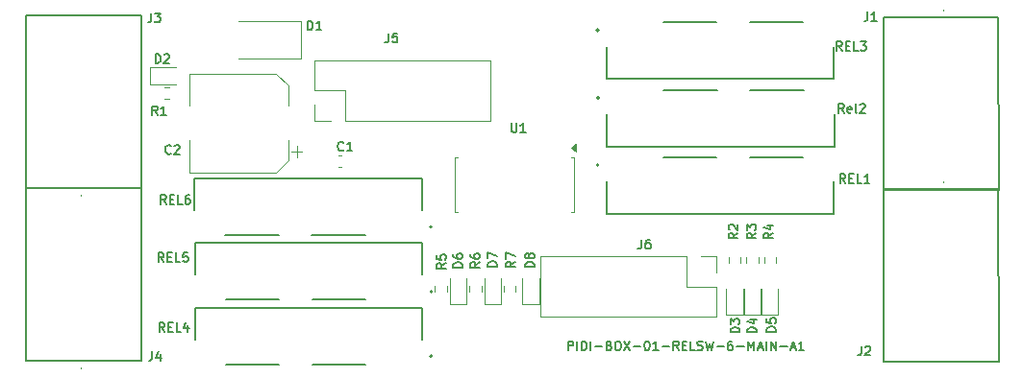
<source format=gbr>
%TF.GenerationSoftware,KiCad,Pcbnew,9.0.6*%
%TF.CreationDate,2025-12-26T20:22:19+00:00*%
%TF.ProjectId,PIDI-BOX-01-RELSW-6-MAIN-A1,50494449-2d42-44f5-982d-30312d52454c,rev?*%
%TF.SameCoordinates,Original*%
%TF.FileFunction,Legend,Top*%
%TF.FilePolarity,Positive*%
%FSLAX46Y46*%
G04 Gerber Fmt 4.6, Leading zero omitted, Abs format (unit mm)*
G04 Created by KiCad (PCBNEW 9.0.6) date 2025-12-26 20:22:19*
%MOMM*%
%LPD*%
G01*
G04 APERTURE LIST*
%ADD10C,0.150000*%
%ADD11C,0.120000*%
%ADD12C,0.127000*%
%ADD13C,0.200000*%
%ADD14C,0.100000*%
G04 APERTURE END LIST*
D10*
X154889160Y-86706340D02*
X154889160Y-85906340D01*
X154889160Y-85906340D02*
X155193922Y-85906340D01*
X155193922Y-85906340D02*
X155270112Y-85944435D01*
X155270112Y-85944435D02*
X155308207Y-85982530D01*
X155308207Y-85982530D02*
X155346303Y-86058721D01*
X155346303Y-86058721D02*
X155346303Y-86173006D01*
X155346303Y-86173006D02*
X155308207Y-86249197D01*
X155308207Y-86249197D02*
X155270112Y-86287292D01*
X155270112Y-86287292D02*
X155193922Y-86325387D01*
X155193922Y-86325387D02*
X154889160Y-86325387D01*
X155689160Y-86706340D02*
X155689160Y-85906340D01*
X156070112Y-86706340D02*
X156070112Y-85906340D01*
X156070112Y-85906340D02*
X156260588Y-85906340D01*
X156260588Y-85906340D02*
X156374874Y-85944435D01*
X156374874Y-85944435D02*
X156451064Y-86020625D01*
X156451064Y-86020625D02*
X156489159Y-86096816D01*
X156489159Y-86096816D02*
X156527255Y-86249197D01*
X156527255Y-86249197D02*
X156527255Y-86363483D01*
X156527255Y-86363483D02*
X156489159Y-86515864D01*
X156489159Y-86515864D02*
X156451064Y-86592054D01*
X156451064Y-86592054D02*
X156374874Y-86668245D01*
X156374874Y-86668245D02*
X156260588Y-86706340D01*
X156260588Y-86706340D02*
X156070112Y-86706340D01*
X156870112Y-86706340D02*
X156870112Y-85906340D01*
X157251064Y-86401578D02*
X157860588Y-86401578D01*
X158508206Y-86287292D02*
X158622492Y-86325387D01*
X158622492Y-86325387D02*
X158660587Y-86363483D01*
X158660587Y-86363483D02*
X158698683Y-86439673D01*
X158698683Y-86439673D02*
X158698683Y-86553959D01*
X158698683Y-86553959D02*
X158660587Y-86630149D01*
X158660587Y-86630149D02*
X158622492Y-86668245D01*
X158622492Y-86668245D02*
X158546302Y-86706340D01*
X158546302Y-86706340D02*
X158241540Y-86706340D01*
X158241540Y-86706340D02*
X158241540Y-85906340D01*
X158241540Y-85906340D02*
X158508206Y-85906340D01*
X158508206Y-85906340D02*
X158584397Y-85944435D01*
X158584397Y-85944435D02*
X158622492Y-85982530D01*
X158622492Y-85982530D02*
X158660587Y-86058721D01*
X158660587Y-86058721D02*
X158660587Y-86134911D01*
X158660587Y-86134911D02*
X158622492Y-86211102D01*
X158622492Y-86211102D02*
X158584397Y-86249197D01*
X158584397Y-86249197D02*
X158508206Y-86287292D01*
X158508206Y-86287292D02*
X158241540Y-86287292D01*
X159193921Y-85906340D02*
X159346302Y-85906340D01*
X159346302Y-85906340D02*
X159422492Y-85944435D01*
X159422492Y-85944435D02*
X159498683Y-86020625D01*
X159498683Y-86020625D02*
X159536778Y-86173006D01*
X159536778Y-86173006D02*
X159536778Y-86439673D01*
X159536778Y-86439673D02*
X159498683Y-86592054D01*
X159498683Y-86592054D02*
X159422492Y-86668245D01*
X159422492Y-86668245D02*
X159346302Y-86706340D01*
X159346302Y-86706340D02*
X159193921Y-86706340D01*
X159193921Y-86706340D02*
X159117730Y-86668245D01*
X159117730Y-86668245D02*
X159041540Y-86592054D01*
X159041540Y-86592054D02*
X159003444Y-86439673D01*
X159003444Y-86439673D02*
X159003444Y-86173006D01*
X159003444Y-86173006D02*
X159041540Y-86020625D01*
X159041540Y-86020625D02*
X159117730Y-85944435D01*
X159117730Y-85944435D02*
X159193921Y-85906340D01*
X159803444Y-85906340D02*
X160336778Y-86706340D01*
X160336778Y-85906340D02*
X159803444Y-86706340D01*
X160641540Y-86401578D02*
X161251064Y-86401578D01*
X161784397Y-85906340D02*
X161860587Y-85906340D01*
X161860587Y-85906340D02*
X161936778Y-85944435D01*
X161936778Y-85944435D02*
X161974873Y-85982530D01*
X161974873Y-85982530D02*
X162012968Y-86058721D01*
X162012968Y-86058721D02*
X162051063Y-86211102D01*
X162051063Y-86211102D02*
X162051063Y-86401578D01*
X162051063Y-86401578D02*
X162012968Y-86553959D01*
X162012968Y-86553959D02*
X161974873Y-86630149D01*
X161974873Y-86630149D02*
X161936778Y-86668245D01*
X161936778Y-86668245D02*
X161860587Y-86706340D01*
X161860587Y-86706340D02*
X161784397Y-86706340D01*
X161784397Y-86706340D02*
X161708206Y-86668245D01*
X161708206Y-86668245D02*
X161670111Y-86630149D01*
X161670111Y-86630149D02*
X161632016Y-86553959D01*
X161632016Y-86553959D02*
X161593920Y-86401578D01*
X161593920Y-86401578D02*
X161593920Y-86211102D01*
X161593920Y-86211102D02*
X161632016Y-86058721D01*
X161632016Y-86058721D02*
X161670111Y-85982530D01*
X161670111Y-85982530D02*
X161708206Y-85944435D01*
X161708206Y-85944435D02*
X161784397Y-85906340D01*
X162812968Y-86706340D02*
X162355825Y-86706340D01*
X162584397Y-86706340D02*
X162584397Y-85906340D01*
X162584397Y-85906340D02*
X162508206Y-86020625D01*
X162508206Y-86020625D02*
X162432016Y-86096816D01*
X162432016Y-86096816D02*
X162355825Y-86134911D01*
X163155826Y-86401578D02*
X163765350Y-86401578D01*
X164603445Y-86706340D02*
X164336778Y-86325387D01*
X164146302Y-86706340D02*
X164146302Y-85906340D01*
X164146302Y-85906340D02*
X164451064Y-85906340D01*
X164451064Y-85906340D02*
X164527254Y-85944435D01*
X164527254Y-85944435D02*
X164565349Y-85982530D01*
X164565349Y-85982530D02*
X164603445Y-86058721D01*
X164603445Y-86058721D02*
X164603445Y-86173006D01*
X164603445Y-86173006D02*
X164565349Y-86249197D01*
X164565349Y-86249197D02*
X164527254Y-86287292D01*
X164527254Y-86287292D02*
X164451064Y-86325387D01*
X164451064Y-86325387D02*
X164146302Y-86325387D01*
X164946302Y-86287292D02*
X165212968Y-86287292D01*
X165327254Y-86706340D02*
X164946302Y-86706340D01*
X164946302Y-86706340D02*
X164946302Y-85906340D01*
X164946302Y-85906340D02*
X165327254Y-85906340D01*
X166051064Y-86706340D02*
X165670112Y-86706340D01*
X165670112Y-86706340D02*
X165670112Y-85906340D01*
X166279635Y-86668245D02*
X166393921Y-86706340D01*
X166393921Y-86706340D02*
X166584397Y-86706340D01*
X166584397Y-86706340D02*
X166660588Y-86668245D01*
X166660588Y-86668245D02*
X166698683Y-86630149D01*
X166698683Y-86630149D02*
X166736778Y-86553959D01*
X166736778Y-86553959D02*
X166736778Y-86477768D01*
X166736778Y-86477768D02*
X166698683Y-86401578D01*
X166698683Y-86401578D02*
X166660588Y-86363483D01*
X166660588Y-86363483D02*
X166584397Y-86325387D01*
X166584397Y-86325387D02*
X166432016Y-86287292D01*
X166432016Y-86287292D02*
X166355826Y-86249197D01*
X166355826Y-86249197D02*
X166317731Y-86211102D01*
X166317731Y-86211102D02*
X166279635Y-86134911D01*
X166279635Y-86134911D02*
X166279635Y-86058721D01*
X166279635Y-86058721D02*
X166317731Y-85982530D01*
X166317731Y-85982530D02*
X166355826Y-85944435D01*
X166355826Y-85944435D02*
X166432016Y-85906340D01*
X166432016Y-85906340D02*
X166622493Y-85906340D01*
X166622493Y-85906340D02*
X166736778Y-85944435D01*
X167003445Y-85906340D02*
X167193921Y-86706340D01*
X167193921Y-86706340D02*
X167346302Y-86134911D01*
X167346302Y-86134911D02*
X167498683Y-86706340D01*
X167498683Y-86706340D02*
X167689160Y-85906340D01*
X167993922Y-86401578D02*
X168603446Y-86401578D01*
X169327255Y-85906340D02*
X169174874Y-85906340D01*
X169174874Y-85906340D02*
X169098683Y-85944435D01*
X169098683Y-85944435D02*
X169060588Y-85982530D01*
X169060588Y-85982530D02*
X168984398Y-86096816D01*
X168984398Y-86096816D02*
X168946302Y-86249197D01*
X168946302Y-86249197D02*
X168946302Y-86553959D01*
X168946302Y-86553959D02*
X168984398Y-86630149D01*
X168984398Y-86630149D02*
X169022493Y-86668245D01*
X169022493Y-86668245D02*
X169098683Y-86706340D01*
X169098683Y-86706340D02*
X169251064Y-86706340D01*
X169251064Y-86706340D02*
X169327255Y-86668245D01*
X169327255Y-86668245D02*
X169365350Y-86630149D01*
X169365350Y-86630149D02*
X169403445Y-86553959D01*
X169403445Y-86553959D02*
X169403445Y-86363483D01*
X169403445Y-86363483D02*
X169365350Y-86287292D01*
X169365350Y-86287292D02*
X169327255Y-86249197D01*
X169327255Y-86249197D02*
X169251064Y-86211102D01*
X169251064Y-86211102D02*
X169098683Y-86211102D01*
X169098683Y-86211102D02*
X169022493Y-86249197D01*
X169022493Y-86249197D02*
X168984398Y-86287292D01*
X168984398Y-86287292D02*
X168946302Y-86363483D01*
X169746303Y-86401578D02*
X170355827Y-86401578D01*
X170736779Y-86706340D02*
X170736779Y-85906340D01*
X170736779Y-85906340D02*
X171003445Y-86477768D01*
X171003445Y-86477768D02*
X171270112Y-85906340D01*
X171270112Y-85906340D02*
X171270112Y-86706340D01*
X171612969Y-86477768D02*
X171993922Y-86477768D01*
X171536779Y-86706340D02*
X171803446Y-85906340D01*
X171803446Y-85906340D02*
X172070112Y-86706340D01*
X172336779Y-86706340D02*
X172336779Y-85906340D01*
X172717731Y-86706340D02*
X172717731Y-85906340D01*
X172717731Y-85906340D02*
X173174874Y-86706340D01*
X173174874Y-86706340D02*
X173174874Y-85906340D01*
X173555826Y-86401578D02*
X174165350Y-86401578D01*
X174508206Y-86477768D02*
X174889159Y-86477768D01*
X174432016Y-86706340D02*
X174698683Y-85906340D01*
X174698683Y-85906340D02*
X174965349Y-86706340D01*
X175651063Y-86706340D02*
X175193920Y-86706340D01*
X175422492Y-86706340D02*
X175422492Y-85906340D01*
X175422492Y-85906340D02*
X175346301Y-86020625D01*
X175346301Y-86020625D02*
X175270111Y-86096816D01*
X175270111Y-86096816D02*
X175193920Y-86134911D01*
X151898695Y-79381275D02*
X151098695Y-79381275D01*
X151098695Y-79381275D02*
X151098695Y-79190799D01*
X151098695Y-79190799D02*
X151136790Y-79076513D01*
X151136790Y-79076513D02*
X151212980Y-79000323D01*
X151212980Y-79000323D02*
X151289171Y-78962228D01*
X151289171Y-78962228D02*
X151441552Y-78924132D01*
X151441552Y-78924132D02*
X151555838Y-78924132D01*
X151555838Y-78924132D02*
X151708219Y-78962228D01*
X151708219Y-78962228D02*
X151784409Y-79000323D01*
X151784409Y-79000323D02*
X151860600Y-79076513D01*
X151860600Y-79076513D02*
X151898695Y-79190799D01*
X151898695Y-79190799D02*
X151898695Y-79381275D01*
X151441552Y-78466990D02*
X151403457Y-78543180D01*
X151403457Y-78543180D02*
X151365361Y-78581275D01*
X151365361Y-78581275D02*
X151289171Y-78619371D01*
X151289171Y-78619371D02*
X151251076Y-78619371D01*
X151251076Y-78619371D02*
X151174885Y-78581275D01*
X151174885Y-78581275D02*
X151136790Y-78543180D01*
X151136790Y-78543180D02*
X151098695Y-78466990D01*
X151098695Y-78466990D02*
X151098695Y-78314609D01*
X151098695Y-78314609D02*
X151136790Y-78238418D01*
X151136790Y-78238418D02*
X151174885Y-78200323D01*
X151174885Y-78200323D02*
X151251076Y-78162228D01*
X151251076Y-78162228D02*
X151289171Y-78162228D01*
X151289171Y-78162228D02*
X151365361Y-78200323D01*
X151365361Y-78200323D02*
X151403457Y-78238418D01*
X151403457Y-78238418D02*
X151441552Y-78314609D01*
X151441552Y-78314609D02*
X151441552Y-78466990D01*
X151441552Y-78466990D02*
X151479647Y-78543180D01*
X151479647Y-78543180D02*
X151517742Y-78581275D01*
X151517742Y-78581275D02*
X151593933Y-78619371D01*
X151593933Y-78619371D02*
X151746314Y-78619371D01*
X151746314Y-78619371D02*
X151822504Y-78581275D01*
X151822504Y-78581275D02*
X151860600Y-78543180D01*
X151860600Y-78543180D02*
X151898695Y-78466990D01*
X151898695Y-78466990D02*
X151898695Y-78314609D01*
X151898695Y-78314609D02*
X151860600Y-78238418D01*
X151860600Y-78238418D02*
X151822504Y-78200323D01*
X151822504Y-78200323D02*
X151746314Y-78162228D01*
X151746314Y-78162228D02*
X151593933Y-78162228D01*
X151593933Y-78162228D02*
X151517742Y-78200323D01*
X151517742Y-78200323D02*
X151479647Y-78238418D01*
X151479647Y-78238418D02*
X151441552Y-78314609D01*
X149890476Y-66662295D02*
X149890476Y-67309914D01*
X149890476Y-67309914D02*
X149928571Y-67386104D01*
X149928571Y-67386104D02*
X149966666Y-67424200D01*
X149966666Y-67424200D02*
X150042857Y-67462295D01*
X150042857Y-67462295D02*
X150195238Y-67462295D01*
X150195238Y-67462295D02*
X150271428Y-67424200D01*
X150271428Y-67424200D02*
X150309523Y-67386104D01*
X150309523Y-67386104D02*
X150347619Y-67309914D01*
X150347619Y-67309914D02*
X150347619Y-66662295D01*
X151147618Y-67462295D02*
X150690475Y-67462295D01*
X150919047Y-67462295D02*
X150919047Y-66662295D01*
X150919047Y-66662295D02*
X150842856Y-66776580D01*
X150842856Y-66776580D02*
X150766666Y-66852771D01*
X150766666Y-66852771D02*
X150690475Y-66890866D01*
X119480952Y-73812295D02*
X119214285Y-73431342D01*
X119023809Y-73812295D02*
X119023809Y-73012295D01*
X119023809Y-73012295D02*
X119328571Y-73012295D01*
X119328571Y-73012295D02*
X119404761Y-73050390D01*
X119404761Y-73050390D02*
X119442856Y-73088485D01*
X119442856Y-73088485D02*
X119480952Y-73164676D01*
X119480952Y-73164676D02*
X119480952Y-73278961D01*
X119480952Y-73278961D02*
X119442856Y-73355152D01*
X119442856Y-73355152D02*
X119404761Y-73393247D01*
X119404761Y-73393247D02*
X119328571Y-73431342D01*
X119328571Y-73431342D02*
X119023809Y-73431342D01*
X119823809Y-73393247D02*
X120090475Y-73393247D01*
X120204761Y-73812295D02*
X119823809Y-73812295D01*
X119823809Y-73812295D02*
X119823809Y-73012295D01*
X119823809Y-73012295D02*
X120204761Y-73012295D01*
X120928571Y-73812295D02*
X120547619Y-73812295D01*
X120547619Y-73812295D02*
X120547619Y-73012295D01*
X121538095Y-73012295D02*
X121385714Y-73012295D01*
X121385714Y-73012295D02*
X121309523Y-73050390D01*
X121309523Y-73050390D02*
X121271428Y-73088485D01*
X121271428Y-73088485D02*
X121195238Y-73202771D01*
X121195238Y-73202771D02*
X121157142Y-73355152D01*
X121157142Y-73355152D02*
X121157142Y-73659914D01*
X121157142Y-73659914D02*
X121195238Y-73736104D01*
X121195238Y-73736104D02*
X121233333Y-73774200D01*
X121233333Y-73774200D02*
X121309523Y-73812295D01*
X121309523Y-73812295D02*
X121461904Y-73812295D01*
X121461904Y-73812295D02*
X121538095Y-73774200D01*
X121538095Y-73774200D02*
X121576190Y-73736104D01*
X121576190Y-73736104D02*
X121614285Y-73659914D01*
X121614285Y-73659914D02*
X121614285Y-73469438D01*
X121614285Y-73469438D02*
X121576190Y-73393247D01*
X121576190Y-73393247D02*
X121538095Y-73355152D01*
X121538095Y-73355152D02*
X121461904Y-73317057D01*
X121461904Y-73317057D02*
X121309523Y-73317057D01*
X121309523Y-73317057D02*
X121233333Y-73355152D01*
X121233333Y-73355152D02*
X121195238Y-73393247D01*
X121195238Y-73393247D02*
X121157142Y-73469438D01*
X118269333Y-86820695D02*
X118269333Y-87392123D01*
X118269333Y-87392123D02*
X118231238Y-87506409D01*
X118231238Y-87506409D02*
X118155047Y-87582600D01*
X118155047Y-87582600D02*
X118040762Y-87620695D01*
X118040762Y-87620695D02*
X117964571Y-87620695D01*
X118993143Y-87087361D02*
X118993143Y-87620695D01*
X118802667Y-86782600D02*
X118612190Y-87354028D01*
X118612190Y-87354028D02*
X119107429Y-87354028D01*
X171412295Y-76383332D02*
X171031342Y-76649999D01*
X171412295Y-76840475D02*
X170612295Y-76840475D01*
X170612295Y-76840475D02*
X170612295Y-76535713D01*
X170612295Y-76535713D02*
X170650390Y-76459523D01*
X170650390Y-76459523D02*
X170688485Y-76421428D01*
X170688485Y-76421428D02*
X170764676Y-76383332D01*
X170764676Y-76383332D02*
X170878961Y-76383332D01*
X170878961Y-76383332D02*
X170955152Y-76421428D01*
X170955152Y-76421428D02*
X170993247Y-76459523D01*
X170993247Y-76459523D02*
X171031342Y-76535713D01*
X171031342Y-76535713D02*
X171031342Y-76840475D01*
X170612295Y-76116666D02*
X170612295Y-75621428D01*
X170612295Y-75621428D02*
X170917057Y-75888094D01*
X170917057Y-75888094D02*
X170917057Y-75773809D01*
X170917057Y-75773809D02*
X170955152Y-75697618D01*
X170955152Y-75697618D02*
X170993247Y-75659523D01*
X170993247Y-75659523D02*
X171069438Y-75621428D01*
X171069438Y-75621428D02*
X171259914Y-75621428D01*
X171259914Y-75621428D02*
X171336104Y-75659523D01*
X171336104Y-75659523D02*
X171374200Y-75697618D01*
X171374200Y-75697618D02*
X171412295Y-75773809D01*
X171412295Y-75773809D02*
X171412295Y-76002380D01*
X171412295Y-76002380D02*
X171374200Y-76078571D01*
X171374200Y-76078571D02*
X171336104Y-76116666D01*
X179280952Y-71962295D02*
X179014285Y-71581342D01*
X178823809Y-71962295D02*
X178823809Y-71162295D01*
X178823809Y-71162295D02*
X179128571Y-71162295D01*
X179128571Y-71162295D02*
X179204761Y-71200390D01*
X179204761Y-71200390D02*
X179242856Y-71238485D01*
X179242856Y-71238485D02*
X179280952Y-71314676D01*
X179280952Y-71314676D02*
X179280952Y-71428961D01*
X179280952Y-71428961D02*
X179242856Y-71505152D01*
X179242856Y-71505152D02*
X179204761Y-71543247D01*
X179204761Y-71543247D02*
X179128571Y-71581342D01*
X179128571Y-71581342D02*
X178823809Y-71581342D01*
X179623809Y-71543247D02*
X179890475Y-71543247D01*
X180004761Y-71962295D02*
X179623809Y-71962295D01*
X179623809Y-71962295D02*
X179623809Y-71162295D01*
X179623809Y-71162295D02*
X180004761Y-71162295D01*
X180728571Y-71962295D02*
X180347619Y-71962295D01*
X180347619Y-71962295D02*
X180347619Y-71162295D01*
X181414285Y-71962295D02*
X180957142Y-71962295D01*
X181185714Y-71962295D02*
X181185714Y-71162295D01*
X181185714Y-71162295D02*
X181109523Y-71276580D01*
X181109523Y-71276580D02*
X181033333Y-71352771D01*
X181033333Y-71352771D02*
X180957142Y-71390866D01*
X119330952Y-85062295D02*
X119064285Y-84681342D01*
X118873809Y-85062295D02*
X118873809Y-84262295D01*
X118873809Y-84262295D02*
X119178571Y-84262295D01*
X119178571Y-84262295D02*
X119254761Y-84300390D01*
X119254761Y-84300390D02*
X119292856Y-84338485D01*
X119292856Y-84338485D02*
X119330952Y-84414676D01*
X119330952Y-84414676D02*
X119330952Y-84528961D01*
X119330952Y-84528961D02*
X119292856Y-84605152D01*
X119292856Y-84605152D02*
X119254761Y-84643247D01*
X119254761Y-84643247D02*
X119178571Y-84681342D01*
X119178571Y-84681342D02*
X118873809Y-84681342D01*
X119673809Y-84643247D02*
X119940475Y-84643247D01*
X120054761Y-85062295D02*
X119673809Y-85062295D01*
X119673809Y-85062295D02*
X119673809Y-84262295D01*
X119673809Y-84262295D02*
X120054761Y-84262295D01*
X120778571Y-85062295D02*
X120397619Y-85062295D01*
X120397619Y-85062295D02*
X120397619Y-84262295D01*
X121388095Y-84528961D02*
X121388095Y-85062295D01*
X121197619Y-84224200D02*
X121007142Y-84795628D01*
X121007142Y-84795628D02*
X121502381Y-84795628D01*
X181254733Y-56864695D02*
X181254733Y-57436123D01*
X181254733Y-57436123D02*
X181216638Y-57550409D01*
X181216638Y-57550409D02*
X181140447Y-57626600D01*
X181140447Y-57626600D02*
X181026162Y-57664695D01*
X181026162Y-57664695D02*
X180949971Y-57664695D01*
X182054733Y-57664695D02*
X181597590Y-57664695D01*
X181826162Y-57664695D02*
X181826162Y-56864695D01*
X181826162Y-56864695D02*
X181749971Y-56978980D01*
X181749971Y-56978980D02*
X181673781Y-57055171D01*
X181673781Y-57055171D02*
X181597590Y-57093266D01*
X135098467Y-69040704D02*
X135060371Y-69078800D01*
X135060371Y-69078800D02*
X134946086Y-69116895D01*
X134946086Y-69116895D02*
X134869895Y-69116895D01*
X134869895Y-69116895D02*
X134755609Y-69078800D01*
X134755609Y-69078800D02*
X134679419Y-69002609D01*
X134679419Y-69002609D02*
X134641324Y-68926419D01*
X134641324Y-68926419D02*
X134603228Y-68774038D01*
X134603228Y-68774038D02*
X134603228Y-68659752D01*
X134603228Y-68659752D02*
X134641324Y-68507371D01*
X134641324Y-68507371D02*
X134679419Y-68431180D01*
X134679419Y-68431180D02*
X134755609Y-68354990D01*
X134755609Y-68354990D02*
X134869895Y-68316895D01*
X134869895Y-68316895D02*
X134946086Y-68316895D01*
X134946086Y-68316895D02*
X135060371Y-68354990D01*
X135060371Y-68354990D02*
X135098467Y-68393085D01*
X135860371Y-69116895D02*
X135403228Y-69116895D01*
X135631800Y-69116895D02*
X135631800Y-68316895D01*
X135631800Y-68316895D02*
X135555609Y-68431180D01*
X135555609Y-68431180D02*
X135479419Y-68507371D01*
X135479419Y-68507371D02*
X135403228Y-68545466D01*
X180704733Y-86363095D02*
X180704733Y-86934523D01*
X180704733Y-86934523D02*
X180666638Y-87048809D01*
X180666638Y-87048809D02*
X180590447Y-87125000D01*
X180590447Y-87125000D02*
X180476162Y-87163095D01*
X180476162Y-87163095D02*
X180399971Y-87163095D01*
X181047590Y-86439285D02*
X181085686Y-86401190D01*
X181085686Y-86401190D02*
X181161876Y-86363095D01*
X181161876Y-86363095D02*
X181352352Y-86363095D01*
X181352352Y-86363095D02*
X181428543Y-86401190D01*
X181428543Y-86401190D02*
X181466638Y-86439285D01*
X181466638Y-86439285D02*
X181504733Y-86515476D01*
X181504733Y-86515476D02*
X181504733Y-86591666D01*
X181504733Y-86591666D02*
X181466638Y-86705952D01*
X181466638Y-86705952D02*
X181009495Y-87163095D01*
X181009495Y-87163095D02*
X181504733Y-87163095D01*
X118169333Y-56970695D02*
X118169333Y-57542123D01*
X118169333Y-57542123D02*
X118131238Y-57656409D01*
X118131238Y-57656409D02*
X118055047Y-57732600D01*
X118055047Y-57732600D02*
X117940762Y-57770695D01*
X117940762Y-57770695D02*
X117864571Y-57770695D01*
X118474095Y-56970695D02*
X118969333Y-56970695D01*
X118969333Y-56970695D02*
X118702667Y-57275457D01*
X118702667Y-57275457D02*
X118816952Y-57275457D01*
X118816952Y-57275457D02*
X118893143Y-57313552D01*
X118893143Y-57313552D02*
X118931238Y-57351647D01*
X118931238Y-57351647D02*
X118969333Y-57427838D01*
X118969333Y-57427838D02*
X118969333Y-57618314D01*
X118969333Y-57618314D02*
X118931238Y-57694504D01*
X118931238Y-57694504D02*
X118893143Y-57732600D01*
X118893143Y-57732600D02*
X118816952Y-57770695D01*
X118816952Y-57770695D02*
X118588381Y-57770695D01*
X118588381Y-57770695D02*
X118512190Y-57732600D01*
X118512190Y-57732600D02*
X118474095Y-57694504D01*
X139062733Y-58733095D02*
X139062733Y-59304523D01*
X139062733Y-59304523D02*
X139024638Y-59418809D01*
X139024638Y-59418809D02*
X138948447Y-59495000D01*
X138948447Y-59495000D02*
X138834162Y-59533095D01*
X138834162Y-59533095D02*
X138757971Y-59533095D01*
X139824638Y-58733095D02*
X139443686Y-58733095D01*
X139443686Y-58733095D02*
X139405590Y-59114047D01*
X139405590Y-59114047D02*
X139443686Y-59075952D01*
X139443686Y-59075952D02*
X139519876Y-59037857D01*
X139519876Y-59037857D02*
X139710352Y-59037857D01*
X139710352Y-59037857D02*
X139786543Y-59075952D01*
X139786543Y-59075952D02*
X139824638Y-59114047D01*
X139824638Y-59114047D02*
X139862733Y-59190238D01*
X139862733Y-59190238D02*
X139862733Y-59380714D01*
X139862733Y-59380714D02*
X139824638Y-59456904D01*
X139824638Y-59456904D02*
X139786543Y-59495000D01*
X139786543Y-59495000D02*
X139710352Y-59533095D01*
X139710352Y-59533095D02*
X139519876Y-59533095D01*
X139519876Y-59533095D02*
X139443686Y-59495000D01*
X139443686Y-59495000D02*
X139405590Y-59456904D01*
X118716667Y-65962295D02*
X118450000Y-65581342D01*
X118259524Y-65962295D02*
X118259524Y-65162295D01*
X118259524Y-65162295D02*
X118564286Y-65162295D01*
X118564286Y-65162295D02*
X118640476Y-65200390D01*
X118640476Y-65200390D02*
X118678571Y-65238485D01*
X118678571Y-65238485D02*
X118716667Y-65314676D01*
X118716667Y-65314676D02*
X118716667Y-65428961D01*
X118716667Y-65428961D02*
X118678571Y-65505152D01*
X118678571Y-65505152D02*
X118640476Y-65543247D01*
X118640476Y-65543247D02*
X118564286Y-65581342D01*
X118564286Y-65581342D02*
X118259524Y-65581342D01*
X119478571Y-65962295D02*
X119021428Y-65962295D01*
X119250000Y-65962295D02*
X119250000Y-65162295D01*
X119250000Y-65162295D02*
X119173809Y-65276580D01*
X119173809Y-65276580D02*
X119097619Y-65352771D01*
X119097619Y-65352771D02*
X119021428Y-65390866D01*
X171462295Y-85140475D02*
X170662295Y-85140475D01*
X170662295Y-85140475D02*
X170662295Y-84949999D01*
X170662295Y-84949999D02*
X170700390Y-84835713D01*
X170700390Y-84835713D02*
X170776580Y-84759523D01*
X170776580Y-84759523D02*
X170852771Y-84721428D01*
X170852771Y-84721428D02*
X171005152Y-84683332D01*
X171005152Y-84683332D02*
X171119438Y-84683332D01*
X171119438Y-84683332D02*
X171271819Y-84721428D01*
X171271819Y-84721428D02*
X171348009Y-84759523D01*
X171348009Y-84759523D02*
X171424200Y-84835713D01*
X171424200Y-84835713D02*
X171462295Y-84949999D01*
X171462295Y-84949999D02*
X171462295Y-85140475D01*
X170928961Y-83997618D02*
X171462295Y-83997618D01*
X170624200Y-84188094D02*
X171195628Y-84378571D01*
X171195628Y-84378571D02*
X171195628Y-83883332D01*
X178980952Y-60262295D02*
X178714285Y-59881342D01*
X178523809Y-60262295D02*
X178523809Y-59462295D01*
X178523809Y-59462295D02*
X178828571Y-59462295D01*
X178828571Y-59462295D02*
X178904761Y-59500390D01*
X178904761Y-59500390D02*
X178942856Y-59538485D01*
X178942856Y-59538485D02*
X178980952Y-59614676D01*
X178980952Y-59614676D02*
X178980952Y-59728961D01*
X178980952Y-59728961D02*
X178942856Y-59805152D01*
X178942856Y-59805152D02*
X178904761Y-59843247D01*
X178904761Y-59843247D02*
X178828571Y-59881342D01*
X178828571Y-59881342D02*
X178523809Y-59881342D01*
X179323809Y-59843247D02*
X179590475Y-59843247D01*
X179704761Y-60262295D02*
X179323809Y-60262295D01*
X179323809Y-60262295D02*
X179323809Y-59462295D01*
X179323809Y-59462295D02*
X179704761Y-59462295D01*
X180428571Y-60262295D02*
X180047619Y-60262295D01*
X180047619Y-60262295D02*
X180047619Y-59462295D01*
X180619047Y-59462295D02*
X181114285Y-59462295D01*
X181114285Y-59462295D02*
X180847619Y-59767057D01*
X180847619Y-59767057D02*
X180961904Y-59767057D01*
X180961904Y-59767057D02*
X181038095Y-59805152D01*
X181038095Y-59805152D02*
X181076190Y-59843247D01*
X181076190Y-59843247D02*
X181114285Y-59919438D01*
X181114285Y-59919438D02*
X181114285Y-60109914D01*
X181114285Y-60109914D02*
X181076190Y-60186104D01*
X181076190Y-60186104D02*
X181038095Y-60224200D01*
X181038095Y-60224200D02*
X180961904Y-60262295D01*
X180961904Y-60262295D02*
X180733333Y-60262295D01*
X180733333Y-60262295D02*
X180657142Y-60224200D01*
X180657142Y-60224200D02*
X180619047Y-60186104D01*
X131946724Y-58452095D02*
X131946724Y-57652095D01*
X131946724Y-57652095D02*
X132137200Y-57652095D01*
X132137200Y-57652095D02*
X132251486Y-57690190D01*
X132251486Y-57690190D02*
X132327676Y-57766380D01*
X132327676Y-57766380D02*
X132365771Y-57842571D01*
X132365771Y-57842571D02*
X132403867Y-57994952D01*
X132403867Y-57994952D02*
X132403867Y-58109238D01*
X132403867Y-58109238D02*
X132365771Y-58261619D01*
X132365771Y-58261619D02*
X132327676Y-58337809D01*
X132327676Y-58337809D02*
X132251486Y-58414000D01*
X132251486Y-58414000D02*
X132137200Y-58452095D01*
X132137200Y-58452095D02*
X131946724Y-58452095D01*
X133165771Y-58452095D02*
X132708628Y-58452095D01*
X132937200Y-58452095D02*
X132937200Y-57652095D01*
X132937200Y-57652095D02*
X132861009Y-57766380D01*
X132861009Y-57766380D02*
X132784819Y-57842571D01*
X132784819Y-57842571D02*
X132708628Y-57880666D01*
X172912295Y-76383332D02*
X172531342Y-76649999D01*
X172912295Y-76840475D02*
X172112295Y-76840475D01*
X172112295Y-76840475D02*
X172112295Y-76535713D01*
X172112295Y-76535713D02*
X172150390Y-76459523D01*
X172150390Y-76459523D02*
X172188485Y-76421428D01*
X172188485Y-76421428D02*
X172264676Y-76383332D01*
X172264676Y-76383332D02*
X172378961Y-76383332D01*
X172378961Y-76383332D02*
X172455152Y-76421428D01*
X172455152Y-76421428D02*
X172493247Y-76459523D01*
X172493247Y-76459523D02*
X172531342Y-76535713D01*
X172531342Y-76535713D02*
X172531342Y-76840475D01*
X172378961Y-75697618D02*
X172912295Y-75697618D01*
X172074200Y-75888094D02*
X172645628Y-76078571D01*
X172645628Y-76078571D02*
X172645628Y-75583332D01*
X145574095Y-79406675D02*
X144774095Y-79406675D01*
X144774095Y-79406675D02*
X144774095Y-79216199D01*
X144774095Y-79216199D02*
X144812190Y-79101913D01*
X144812190Y-79101913D02*
X144888380Y-79025723D01*
X144888380Y-79025723D02*
X144964571Y-78987628D01*
X144964571Y-78987628D02*
X145116952Y-78949532D01*
X145116952Y-78949532D02*
X145231238Y-78949532D01*
X145231238Y-78949532D02*
X145383619Y-78987628D01*
X145383619Y-78987628D02*
X145459809Y-79025723D01*
X145459809Y-79025723D02*
X145536000Y-79101913D01*
X145536000Y-79101913D02*
X145574095Y-79216199D01*
X145574095Y-79216199D02*
X145574095Y-79406675D01*
X144774095Y-78263818D02*
X144774095Y-78416199D01*
X144774095Y-78416199D02*
X144812190Y-78492390D01*
X144812190Y-78492390D02*
X144850285Y-78530485D01*
X144850285Y-78530485D02*
X144964571Y-78606675D01*
X144964571Y-78606675D02*
X145116952Y-78644771D01*
X145116952Y-78644771D02*
X145421714Y-78644771D01*
X145421714Y-78644771D02*
X145497904Y-78606675D01*
X145497904Y-78606675D02*
X145536000Y-78568580D01*
X145536000Y-78568580D02*
X145574095Y-78492390D01*
X145574095Y-78492390D02*
X145574095Y-78340009D01*
X145574095Y-78340009D02*
X145536000Y-78263818D01*
X145536000Y-78263818D02*
X145497904Y-78225723D01*
X145497904Y-78225723D02*
X145421714Y-78187628D01*
X145421714Y-78187628D02*
X145231238Y-78187628D01*
X145231238Y-78187628D02*
X145155047Y-78225723D01*
X145155047Y-78225723D02*
X145116952Y-78263818D01*
X145116952Y-78263818D02*
X145078857Y-78340009D01*
X145078857Y-78340009D02*
X145078857Y-78492390D01*
X145078857Y-78492390D02*
X145116952Y-78568580D01*
X145116952Y-78568580D02*
X145155047Y-78606675D01*
X145155047Y-78606675D02*
X145231238Y-78644771D01*
X150195295Y-78901632D02*
X149814342Y-79168299D01*
X150195295Y-79358775D02*
X149395295Y-79358775D01*
X149395295Y-79358775D02*
X149395295Y-79054013D01*
X149395295Y-79054013D02*
X149433390Y-78977823D01*
X149433390Y-78977823D02*
X149471485Y-78939728D01*
X149471485Y-78939728D02*
X149547676Y-78901632D01*
X149547676Y-78901632D02*
X149661961Y-78901632D01*
X149661961Y-78901632D02*
X149738152Y-78939728D01*
X149738152Y-78939728D02*
X149776247Y-78977823D01*
X149776247Y-78977823D02*
X149814342Y-79054013D01*
X149814342Y-79054013D02*
X149814342Y-79358775D01*
X149395295Y-78634966D02*
X149395295Y-78101632D01*
X149395295Y-78101632D02*
X150195295Y-78444490D01*
X173162295Y-85090475D02*
X172362295Y-85090475D01*
X172362295Y-85090475D02*
X172362295Y-84899999D01*
X172362295Y-84899999D02*
X172400390Y-84785713D01*
X172400390Y-84785713D02*
X172476580Y-84709523D01*
X172476580Y-84709523D02*
X172552771Y-84671428D01*
X172552771Y-84671428D02*
X172705152Y-84633332D01*
X172705152Y-84633332D02*
X172819438Y-84633332D01*
X172819438Y-84633332D02*
X172971819Y-84671428D01*
X172971819Y-84671428D02*
X173048009Y-84709523D01*
X173048009Y-84709523D02*
X173124200Y-84785713D01*
X173124200Y-84785713D02*
X173162295Y-84899999D01*
X173162295Y-84899999D02*
X173162295Y-85090475D01*
X172362295Y-83909523D02*
X172362295Y-84290475D01*
X172362295Y-84290475D02*
X172743247Y-84328571D01*
X172743247Y-84328571D02*
X172705152Y-84290475D01*
X172705152Y-84290475D02*
X172667057Y-84214285D01*
X172667057Y-84214285D02*
X172667057Y-84023809D01*
X172667057Y-84023809D02*
X172705152Y-83947618D01*
X172705152Y-83947618D02*
X172743247Y-83909523D01*
X172743247Y-83909523D02*
X172819438Y-83871428D01*
X172819438Y-83871428D02*
X173009914Y-83871428D01*
X173009914Y-83871428D02*
X173086104Y-83909523D01*
X173086104Y-83909523D02*
X173124200Y-83947618D01*
X173124200Y-83947618D02*
X173162295Y-84023809D01*
X173162295Y-84023809D02*
X173162295Y-84214285D01*
X173162295Y-84214285D02*
X173124200Y-84290475D01*
X173124200Y-84290475D02*
X173086104Y-84328571D01*
X179164286Y-65762295D02*
X178897619Y-65381342D01*
X178707143Y-65762295D02*
X178707143Y-64962295D01*
X178707143Y-64962295D02*
X179011905Y-64962295D01*
X179011905Y-64962295D02*
X179088095Y-65000390D01*
X179088095Y-65000390D02*
X179126190Y-65038485D01*
X179126190Y-65038485D02*
X179164286Y-65114676D01*
X179164286Y-65114676D02*
X179164286Y-65228961D01*
X179164286Y-65228961D02*
X179126190Y-65305152D01*
X179126190Y-65305152D02*
X179088095Y-65343247D01*
X179088095Y-65343247D02*
X179011905Y-65381342D01*
X179011905Y-65381342D02*
X178707143Y-65381342D01*
X179811905Y-65724200D02*
X179735714Y-65762295D01*
X179735714Y-65762295D02*
X179583333Y-65762295D01*
X179583333Y-65762295D02*
X179507143Y-65724200D01*
X179507143Y-65724200D02*
X179469047Y-65648009D01*
X179469047Y-65648009D02*
X179469047Y-65343247D01*
X179469047Y-65343247D02*
X179507143Y-65267057D01*
X179507143Y-65267057D02*
X179583333Y-65228961D01*
X179583333Y-65228961D02*
X179735714Y-65228961D01*
X179735714Y-65228961D02*
X179811905Y-65267057D01*
X179811905Y-65267057D02*
X179850000Y-65343247D01*
X179850000Y-65343247D02*
X179850000Y-65419438D01*
X179850000Y-65419438D02*
X179469047Y-65495628D01*
X180307142Y-65762295D02*
X180230952Y-65724200D01*
X180230952Y-65724200D02*
X180192857Y-65648009D01*
X180192857Y-65648009D02*
X180192857Y-64962295D01*
X180573809Y-65038485D02*
X180611905Y-65000390D01*
X180611905Y-65000390D02*
X180688095Y-64962295D01*
X180688095Y-64962295D02*
X180878571Y-64962295D01*
X180878571Y-64962295D02*
X180954762Y-65000390D01*
X180954762Y-65000390D02*
X180992857Y-65038485D01*
X180992857Y-65038485D02*
X181030952Y-65114676D01*
X181030952Y-65114676D02*
X181030952Y-65190866D01*
X181030952Y-65190866D02*
X180992857Y-65305152D01*
X180992857Y-65305152D02*
X180535714Y-65762295D01*
X180535714Y-65762295D02*
X181030952Y-65762295D01*
X161333333Y-76962295D02*
X161333333Y-77533723D01*
X161333333Y-77533723D02*
X161295238Y-77648009D01*
X161295238Y-77648009D02*
X161219047Y-77724200D01*
X161219047Y-77724200D02*
X161104762Y-77762295D01*
X161104762Y-77762295D02*
X161028571Y-77762295D01*
X162057143Y-76962295D02*
X161904762Y-76962295D01*
X161904762Y-76962295D02*
X161828571Y-77000390D01*
X161828571Y-77000390D02*
X161790476Y-77038485D01*
X161790476Y-77038485D02*
X161714286Y-77152771D01*
X161714286Y-77152771D02*
X161676190Y-77305152D01*
X161676190Y-77305152D02*
X161676190Y-77609914D01*
X161676190Y-77609914D02*
X161714286Y-77686104D01*
X161714286Y-77686104D02*
X161752381Y-77724200D01*
X161752381Y-77724200D02*
X161828571Y-77762295D01*
X161828571Y-77762295D02*
X161980952Y-77762295D01*
X161980952Y-77762295D02*
X162057143Y-77724200D01*
X162057143Y-77724200D02*
X162095238Y-77686104D01*
X162095238Y-77686104D02*
X162133333Y-77609914D01*
X162133333Y-77609914D02*
X162133333Y-77419438D01*
X162133333Y-77419438D02*
X162095238Y-77343247D01*
X162095238Y-77343247D02*
X162057143Y-77305152D01*
X162057143Y-77305152D02*
X161980952Y-77267057D01*
X161980952Y-77267057D02*
X161828571Y-77267057D01*
X161828571Y-77267057D02*
X161752381Y-77305152D01*
X161752381Y-77305152D02*
X161714286Y-77343247D01*
X161714286Y-77343247D02*
X161676190Y-77419438D01*
X119280952Y-78912295D02*
X119014285Y-78531342D01*
X118823809Y-78912295D02*
X118823809Y-78112295D01*
X118823809Y-78112295D02*
X119128571Y-78112295D01*
X119128571Y-78112295D02*
X119204761Y-78150390D01*
X119204761Y-78150390D02*
X119242856Y-78188485D01*
X119242856Y-78188485D02*
X119280952Y-78264676D01*
X119280952Y-78264676D02*
X119280952Y-78378961D01*
X119280952Y-78378961D02*
X119242856Y-78455152D01*
X119242856Y-78455152D02*
X119204761Y-78493247D01*
X119204761Y-78493247D02*
X119128571Y-78531342D01*
X119128571Y-78531342D02*
X118823809Y-78531342D01*
X119623809Y-78493247D02*
X119890475Y-78493247D01*
X120004761Y-78912295D02*
X119623809Y-78912295D01*
X119623809Y-78912295D02*
X119623809Y-78112295D01*
X119623809Y-78112295D02*
X120004761Y-78112295D01*
X120728571Y-78912295D02*
X120347619Y-78912295D01*
X120347619Y-78912295D02*
X120347619Y-78112295D01*
X121376190Y-78112295D02*
X120995238Y-78112295D01*
X120995238Y-78112295D02*
X120957142Y-78493247D01*
X120957142Y-78493247D02*
X120995238Y-78455152D01*
X120995238Y-78455152D02*
X121071428Y-78417057D01*
X121071428Y-78417057D02*
X121261904Y-78417057D01*
X121261904Y-78417057D02*
X121338095Y-78455152D01*
X121338095Y-78455152D02*
X121376190Y-78493247D01*
X121376190Y-78493247D02*
X121414285Y-78569438D01*
X121414285Y-78569438D02*
X121414285Y-78759914D01*
X121414285Y-78759914D02*
X121376190Y-78836104D01*
X121376190Y-78836104D02*
X121338095Y-78874200D01*
X121338095Y-78874200D02*
X121261904Y-78912295D01*
X121261904Y-78912295D02*
X121071428Y-78912295D01*
X121071428Y-78912295D02*
X120995238Y-78874200D01*
X120995238Y-78874200D02*
X120957142Y-78836104D01*
X119907067Y-69323304D02*
X119868971Y-69361400D01*
X119868971Y-69361400D02*
X119754686Y-69399495D01*
X119754686Y-69399495D02*
X119678495Y-69399495D01*
X119678495Y-69399495D02*
X119564209Y-69361400D01*
X119564209Y-69361400D02*
X119488019Y-69285209D01*
X119488019Y-69285209D02*
X119449924Y-69209019D01*
X119449924Y-69209019D02*
X119411828Y-69056638D01*
X119411828Y-69056638D02*
X119411828Y-68942352D01*
X119411828Y-68942352D02*
X119449924Y-68789971D01*
X119449924Y-68789971D02*
X119488019Y-68713780D01*
X119488019Y-68713780D02*
X119564209Y-68637590D01*
X119564209Y-68637590D02*
X119678495Y-68599495D01*
X119678495Y-68599495D02*
X119754686Y-68599495D01*
X119754686Y-68599495D02*
X119868971Y-68637590D01*
X119868971Y-68637590D02*
X119907067Y-68675685D01*
X120211828Y-68675685D02*
X120249924Y-68637590D01*
X120249924Y-68637590D02*
X120326114Y-68599495D01*
X120326114Y-68599495D02*
X120516590Y-68599495D01*
X120516590Y-68599495D02*
X120592781Y-68637590D01*
X120592781Y-68637590D02*
X120630876Y-68675685D01*
X120630876Y-68675685D02*
X120668971Y-68751876D01*
X120668971Y-68751876D02*
X120668971Y-68828066D01*
X120668971Y-68828066D02*
X120630876Y-68942352D01*
X120630876Y-68942352D02*
X120173733Y-69399495D01*
X120173733Y-69399495D02*
X120668971Y-69399495D01*
X169962295Y-85140475D02*
X169162295Y-85140475D01*
X169162295Y-85140475D02*
X169162295Y-84949999D01*
X169162295Y-84949999D02*
X169200390Y-84835713D01*
X169200390Y-84835713D02*
X169276580Y-84759523D01*
X169276580Y-84759523D02*
X169352771Y-84721428D01*
X169352771Y-84721428D02*
X169505152Y-84683332D01*
X169505152Y-84683332D02*
X169619438Y-84683332D01*
X169619438Y-84683332D02*
X169771819Y-84721428D01*
X169771819Y-84721428D02*
X169848009Y-84759523D01*
X169848009Y-84759523D02*
X169924200Y-84835713D01*
X169924200Y-84835713D02*
X169962295Y-84949999D01*
X169962295Y-84949999D02*
X169962295Y-85140475D01*
X169162295Y-84416666D02*
X169162295Y-83921428D01*
X169162295Y-83921428D02*
X169467057Y-84188094D01*
X169467057Y-84188094D02*
X169467057Y-84073809D01*
X169467057Y-84073809D02*
X169505152Y-83997618D01*
X169505152Y-83997618D02*
X169543247Y-83959523D01*
X169543247Y-83959523D02*
X169619438Y-83921428D01*
X169619438Y-83921428D02*
X169809914Y-83921428D01*
X169809914Y-83921428D02*
X169886104Y-83959523D01*
X169886104Y-83959523D02*
X169924200Y-83997618D01*
X169924200Y-83997618D02*
X169962295Y-84073809D01*
X169962295Y-84073809D02*
X169962295Y-84302380D01*
X169962295Y-84302380D02*
X169924200Y-84378571D01*
X169924200Y-84378571D02*
X169886104Y-84416666D01*
X148622095Y-79330475D02*
X147822095Y-79330475D01*
X147822095Y-79330475D02*
X147822095Y-79139999D01*
X147822095Y-79139999D02*
X147860190Y-79025713D01*
X147860190Y-79025713D02*
X147936380Y-78949523D01*
X147936380Y-78949523D02*
X148012571Y-78911428D01*
X148012571Y-78911428D02*
X148164952Y-78873332D01*
X148164952Y-78873332D02*
X148279238Y-78873332D01*
X148279238Y-78873332D02*
X148431619Y-78911428D01*
X148431619Y-78911428D02*
X148507809Y-78949523D01*
X148507809Y-78949523D02*
X148584000Y-79025713D01*
X148584000Y-79025713D02*
X148622095Y-79139999D01*
X148622095Y-79139999D02*
X148622095Y-79330475D01*
X147822095Y-78606666D02*
X147822095Y-78073332D01*
X147822095Y-78073332D02*
X148622095Y-78416190D01*
X169812295Y-76383332D02*
X169431342Y-76649999D01*
X169812295Y-76840475D02*
X169012295Y-76840475D01*
X169012295Y-76840475D02*
X169012295Y-76535713D01*
X169012295Y-76535713D02*
X169050390Y-76459523D01*
X169050390Y-76459523D02*
X169088485Y-76421428D01*
X169088485Y-76421428D02*
X169164676Y-76383332D01*
X169164676Y-76383332D02*
X169278961Y-76383332D01*
X169278961Y-76383332D02*
X169355152Y-76421428D01*
X169355152Y-76421428D02*
X169393247Y-76459523D01*
X169393247Y-76459523D02*
X169431342Y-76535713D01*
X169431342Y-76535713D02*
X169431342Y-76840475D01*
X169088485Y-76078571D02*
X169050390Y-76040475D01*
X169050390Y-76040475D02*
X169012295Y-75964285D01*
X169012295Y-75964285D02*
X169012295Y-75773809D01*
X169012295Y-75773809D02*
X169050390Y-75697618D01*
X169050390Y-75697618D02*
X169088485Y-75659523D01*
X169088485Y-75659523D02*
X169164676Y-75621428D01*
X169164676Y-75621428D02*
X169240866Y-75621428D01*
X169240866Y-75621428D02*
X169355152Y-75659523D01*
X169355152Y-75659523D02*
X169812295Y-76116666D01*
X169812295Y-76116666D02*
X169812295Y-75621428D01*
X144130095Y-79014132D02*
X143749142Y-79280799D01*
X144130095Y-79471275D02*
X143330095Y-79471275D01*
X143330095Y-79471275D02*
X143330095Y-79166513D01*
X143330095Y-79166513D02*
X143368190Y-79090323D01*
X143368190Y-79090323D02*
X143406285Y-79052228D01*
X143406285Y-79052228D02*
X143482476Y-79014132D01*
X143482476Y-79014132D02*
X143596761Y-79014132D01*
X143596761Y-79014132D02*
X143672952Y-79052228D01*
X143672952Y-79052228D02*
X143711047Y-79090323D01*
X143711047Y-79090323D02*
X143749142Y-79166513D01*
X143749142Y-79166513D02*
X143749142Y-79471275D01*
X143330095Y-78290323D02*
X143330095Y-78671275D01*
X143330095Y-78671275D02*
X143711047Y-78709371D01*
X143711047Y-78709371D02*
X143672952Y-78671275D01*
X143672952Y-78671275D02*
X143634857Y-78595085D01*
X143634857Y-78595085D02*
X143634857Y-78404609D01*
X143634857Y-78404609D02*
X143672952Y-78328418D01*
X143672952Y-78328418D02*
X143711047Y-78290323D01*
X143711047Y-78290323D02*
X143787238Y-78252228D01*
X143787238Y-78252228D02*
X143977714Y-78252228D01*
X143977714Y-78252228D02*
X144053904Y-78290323D01*
X144053904Y-78290323D02*
X144092000Y-78328418D01*
X144092000Y-78328418D02*
X144130095Y-78404609D01*
X144130095Y-78404609D02*
X144130095Y-78595085D01*
X144130095Y-78595085D02*
X144092000Y-78671275D01*
X144092000Y-78671275D02*
X144053904Y-78709371D01*
X147098095Y-78957882D02*
X146717142Y-79224549D01*
X147098095Y-79415025D02*
X146298095Y-79415025D01*
X146298095Y-79415025D02*
X146298095Y-79110263D01*
X146298095Y-79110263D02*
X146336190Y-79034073D01*
X146336190Y-79034073D02*
X146374285Y-78995978D01*
X146374285Y-78995978D02*
X146450476Y-78957882D01*
X146450476Y-78957882D02*
X146564761Y-78957882D01*
X146564761Y-78957882D02*
X146640952Y-78995978D01*
X146640952Y-78995978D02*
X146679047Y-79034073D01*
X146679047Y-79034073D02*
X146717142Y-79110263D01*
X146717142Y-79110263D02*
X146717142Y-79415025D01*
X146298095Y-78272168D02*
X146298095Y-78424549D01*
X146298095Y-78424549D02*
X146336190Y-78500740D01*
X146336190Y-78500740D02*
X146374285Y-78538835D01*
X146374285Y-78538835D02*
X146488571Y-78615025D01*
X146488571Y-78615025D02*
X146640952Y-78653121D01*
X146640952Y-78653121D02*
X146945714Y-78653121D01*
X146945714Y-78653121D02*
X147021904Y-78615025D01*
X147021904Y-78615025D02*
X147060000Y-78576930D01*
X147060000Y-78576930D02*
X147098095Y-78500740D01*
X147098095Y-78500740D02*
X147098095Y-78348359D01*
X147098095Y-78348359D02*
X147060000Y-78272168D01*
X147060000Y-78272168D02*
X147021904Y-78234073D01*
X147021904Y-78234073D02*
X146945714Y-78195978D01*
X146945714Y-78195978D02*
X146755238Y-78195978D01*
X146755238Y-78195978D02*
X146679047Y-78234073D01*
X146679047Y-78234073D02*
X146640952Y-78272168D01*
X146640952Y-78272168D02*
X146602857Y-78348359D01*
X146602857Y-78348359D02*
X146602857Y-78500740D01*
X146602857Y-78500740D02*
X146640952Y-78576930D01*
X146640952Y-78576930D02*
X146679047Y-78615025D01*
X146679047Y-78615025D02*
X146755238Y-78653121D01*
X118551424Y-61377895D02*
X118551424Y-60577895D01*
X118551424Y-60577895D02*
X118741900Y-60577895D01*
X118741900Y-60577895D02*
X118856186Y-60615990D01*
X118856186Y-60615990D02*
X118932376Y-60692180D01*
X118932376Y-60692180D02*
X118970471Y-60768371D01*
X118970471Y-60768371D02*
X119008567Y-60920752D01*
X119008567Y-60920752D02*
X119008567Y-61035038D01*
X119008567Y-61035038D02*
X118970471Y-61187419D01*
X118970471Y-61187419D02*
X118932376Y-61263609D01*
X118932376Y-61263609D02*
X118856186Y-61339800D01*
X118856186Y-61339800D02*
X118741900Y-61377895D01*
X118741900Y-61377895D02*
X118551424Y-61377895D01*
X119313328Y-60654085D02*
X119351424Y-60615990D01*
X119351424Y-60615990D02*
X119427614Y-60577895D01*
X119427614Y-60577895D02*
X119618090Y-60577895D01*
X119618090Y-60577895D02*
X119694281Y-60615990D01*
X119694281Y-60615990D02*
X119732376Y-60654085D01*
X119732376Y-60654085D02*
X119770471Y-60730276D01*
X119770471Y-60730276D02*
X119770471Y-60806466D01*
X119770471Y-60806466D02*
X119732376Y-60920752D01*
X119732376Y-60920752D02*
X119275233Y-61377895D01*
X119275233Y-61377895D02*
X119770471Y-61377895D01*
D11*
%TO.C,D8*%
X150852200Y-80353000D02*
X150852200Y-82638000D01*
X150852200Y-82638000D02*
X152322200Y-82638000D01*
X152322200Y-82638000D02*
X152322200Y-80353000D01*
%TO.C,U1*%
X144873300Y-69725800D02*
X145153300Y-69725800D01*
X144873300Y-74495800D02*
X144873300Y-69725800D01*
X145153300Y-74495800D02*
X144873300Y-74495800D01*
X155113300Y-69725800D02*
X155393300Y-69725800D01*
X155393300Y-69725800D02*
X155393300Y-74495800D01*
X155393300Y-74495800D02*
X155113300Y-74495800D01*
X155593300Y-69200800D02*
X155123300Y-68860800D01*
X155593300Y-68520800D01*
X155593300Y-69200800D01*
G36*
X155593300Y-69200800D02*
G01*
X155123300Y-68860800D01*
X155593300Y-68520800D01*
X155593300Y-69200800D01*
G37*
D12*
%TO.C,REL6*%
X121996900Y-74371000D02*
X121996900Y-71541000D01*
X124706900Y-76541000D02*
X129406900Y-76541000D01*
X132326900Y-76541000D02*
X137026900Y-76541000D01*
X141996900Y-71541000D02*
X121996900Y-71541000D01*
X141996900Y-74371000D02*
X141996900Y-71541000D01*
D13*
X142896900Y-75841000D02*
G75*
G02*
X142696900Y-75841000I-100000J0D01*
G01*
X142696900Y-75841000D02*
G75*
G02*
X142896900Y-75841000I100000J0D01*
G01*
%TO.C,J4*%
X107120000Y-72420000D02*
X107180000Y-87660000D01*
X107180000Y-87660000D02*
X117280000Y-87660000D01*
D14*
X111980000Y-88220000D02*
X111980000Y-88220000D01*
X111980000Y-88320000D02*
X111980000Y-88320000D01*
D13*
X117280000Y-72420000D02*
X107120000Y-72420000D01*
X117280000Y-87660000D02*
X117280000Y-72420000D01*
D14*
X111980000Y-88220000D02*
G75*
G02*
X111980000Y-88320000I0J-50000D01*
G01*
X111980000Y-88320000D02*
G75*
G02*
X111980000Y-88220000I0J50000D01*
G01*
D11*
%TO.C,R3*%
X170577500Y-78507776D02*
X170577500Y-79017224D01*
X171622500Y-78507776D02*
X171622500Y-79017224D01*
D12*
%TO.C,REL1*%
X158288000Y-71831200D02*
X158288000Y-74661200D01*
X158288000Y-74661200D02*
X178288000Y-74661200D01*
X167958000Y-69661200D02*
X163258000Y-69661200D01*
X175578000Y-69661200D02*
X170878000Y-69661200D01*
X178288000Y-71831200D02*
X178288000Y-74661200D01*
D13*
X157588000Y-70361200D02*
G75*
G02*
X157388000Y-70361200I-100000J0D01*
G01*
X157388000Y-70361200D02*
G75*
G02*
X157588000Y-70361200I100000J0D01*
G01*
D12*
%TO.C,REL4*%
X122016200Y-85775800D02*
X122016200Y-82945800D01*
X124726200Y-87945800D02*
X129426200Y-87945800D01*
X132346200Y-87945800D02*
X137046200Y-87945800D01*
X142016200Y-82945800D02*
X122016200Y-82945800D01*
X142016200Y-85775800D02*
X142016200Y-82945800D01*
D13*
X142916200Y-87245800D02*
G75*
G02*
X142716200Y-87245800I-100000J0D01*
G01*
X142716200Y-87245800D02*
G75*
G02*
X142916200Y-87245800I100000J0D01*
G01*
%TO.C,J1*%
X182634600Y-57302400D02*
X182634600Y-72542400D01*
X182634600Y-72542400D02*
X192794600Y-72542400D01*
D14*
X187934600Y-56642400D02*
X187934600Y-56642400D01*
X187934600Y-56742400D02*
X187934600Y-56742400D01*
D13*
X192734600Y-57302400D02*
X182634600Y-57302400D01*
X192794600Y-72542400D02*
X192734600Y-57302400D01*
D14*
X187934600Y-56642400D02*
G75*
G02*
X187934600Y-56742400I0J-50000D01*
G01*
X187934600Y-56742400D02*
G75*
G02*
X187934600Y-56642400I0J50000D01*
G01*
D11*
%TO.C,C1*%
X134659420Y-69540000D02*
X134940580Y-69540000D01*
X134659420Y-70560000D02*
X134940580Y-70560000D01*
D13*
%TO.C,J2*%
X182634600Y-72491600D02*
X182634600Y-87731600D01*
X182634600Y-87731600D02*
X192794600Y-87731600D01*
D14*
X187934600Y-71831600D02*
X187934600Y-71831600D01*
X187934600Y-71931600D02*
X187934600Y-71931600D01*
D13*
X192734600Y-72491600D02*
X182634600Y-72491600D01*
X192794600Y-87731600D02*
X192734600Y-72491600D01*
D14*
X187934600Y-71831600D02*
G75*
G02*
X187934600Y-71931600I0J-50000D01*
G01*
X187934600Y-71931600D02*
G75*
G02*
X187934600Y-71831600I0J50000D01*
G01*
D13*
%TO.C,J3*%
X107103200Y-57200800D02*
X107163200Y-72440800D01*
X107163200Y-72440800D02*
X117263200Y-72440800D01*
D14*
X111963200Y-73000800D02*
X111963200Y-73000800D01*
X111963200Y-73100800D02*
X111963200Y-73100800D01*
D13*
X117263200Y-57200800D02*
X107103200Y-57200800D01*
X117263200Y-72440800D02*
X117263200Y-57200800D01*
D14*
X111963200Y-73000800D02*
G75*
G02*
X111963200Y-73100800I0J-50000D01*
G01*
X111963200Y-73100800D02*
G75*
G02*
X111963200Y-73000800I0J50000D01*
G01*
D11*
%TO.C,J5*%
X132579600Y-61154800D02*
X148039600Y-61154800D01*
X132579600Y-63804800D02*
X132579600Y-61154800D01*
X132579600Y-66454800D02*
X132579600Y-65074800D01*
X133959600Y-66454800D02*
X132579600Y-66454800D01*
X135229600Y-63804800D02*
X132579600Y-63804800D01*
X135229600Y-66454800D02*
X135229600Y-63804800D01*
X135229600Y-66454800D02*
X148039600Y-66454800D01*
X148039600Y-66454800D02*
X148039600Y-61154800D01*
%TO.C,R1*%
X119312742Y-63477500D02*
X119787258Y-63477500D01*
X119312742Y-64522500D02*
X119787258Y-64522500D01*
%TO.C,D4*%
X170365000Y-81287500D02*
X170365000Y-83572500D01*
X170365000Y-83572500D02*
X171835000Y-83572500D01*
X171835000Y-83572500D02*
X171835000Y-81287500D01*
D12*
%TO.C,REL3*%
X158288000Y-59944000D02*
X158288000Y-62774000D01*
X158288000Y-62774000D02*
X178288000Y-62774000D01*
X167958000Y-57774000D02*
X163258000Y-57774000D01*
X175578000Y-57774000D02*
X170878000Y-57774000D01*
X178288000Y-59944000D02*
X178288000Y-62774000D01*
D13*
X157588000Y-58474000D02*
G75*
G02*
X157388000Y-58474000I-100000J0D01*
G01*
X157388000Y-58474000D02*
G75*
G02*
X157588000Y-58474000I100000J0D01*
G01*
D11*
%TO.C,D1*%
X131373600Y-57709800D02*
X125863600Y-57709800D01*
X131373600Y-61009800D02*
X125863600Y-61009800D01*
X131373600Y-61009800D02*
X131373600Y-57709800D01*
%TO.C,R4*%
X172127500Y-78507776D02*
X172127500Y-79017224D01*
X173172500Y-78507776D02*
X173172500Y-79017224D01*
%TO.C,D6*%
X144476800Y-80378400D02*
X144476800Y-82663400D01*
X144476800Y-82663400D02*
X145946800Y-82663400D01*
X145946800Y-82663400D02*
X145946800Y-80378400D01*
%TO.C,R7*%
X149210500Y-81076076D02*
X149210500Y-81585524D01*
X150255500Y-81076076D02*
X150255500Y-81585524D01*
%TO.C,D5*%
X171915000Y-81250000D02*
X171915000Y-83535000D01*
X171915000Y-83535000D02*
X173385000Y-83535000D01*
X173385000Y-83535000D02*
X173385000Y-81250000D01*
D12*
%TO.C,Rel2*%
X158307300Y-65913200D02*
X158307300Y-68743200D01*
X158307300Y-68743200D02*
X178307300Y-68743200D01*
X167977300Y-63743200D02*
X163277300Y-63743200D01*
X175597300Y-63743200D02*
X170897300Y-63743200D01*
X178307300Y-65913200D02*
X178307300Y-68743200D01*
D13*
X157607300Y-64443200D02*
G75*
G02*
X157407300Y-64443200I-100000J0D01*
G01*
X157407300Y-64443200D02*
G75*
G02*
X157607300Y-64443200I100000J0D01*
G01*
D11*
%TO.C,J6*%
X152470000Y-78434000D02*
X152470000Y-83734000D01*
X165280000Y-78434000D02*
X152470000Y-78434000D01*
X165280000Y-78434000D02*
X165280000Y-81084000D01*
X165280000Y-81084000D02*
X167930000Y-81084000D01*
X166550000Y-78434000D02*
X167930000Y-78434000D01*
X167930000Y-78434000D02*
X167930000Y-79814000D01*
X167930000Y-81084000D02*
X167930000Y-83734000D01*
X167930000Y-83734000D02*
X152470000Y-83734000D01*
D12*
%TO.C,REL5*%
X122016200Y-80060600D02*
X122016200Y-77230600D01*
X124726200Y-82230600D02*
X129426200Y-82230600D01*
X132346200Y-82230600D02*
X137046200Y-82230600D01*
X142016200Y-77230600D02*
X122016200Y-77230600D01*
X142016200Y-80060600D02*
X142016200Y-77230600D01*
D13*
X142916200Y-81530600D02*
G75*
G02*
X142716200Y-81530600I-100000J0D01*
G01*
X142716200Y-81530600D02*
G75*
G02*
X142916200Y-81530600I100000J0D01*
G01*
D11*
%TO.C,C2*%
X121522400Y-62289600D02*
X121522400Y-65139600D01*
X121522400Y-71009600D02*
X121522400Y-68159600D01*
X129177963Y-62289600D02*
X121522400Y-62289600D01*
X129177963Y-71009600D02*
X121522400Y-71009600D01*
X130242400Y-63354037D02*
X129177963Y-62289600D01*
X130242400Y-63354037D02*
X130242400Y-65139600D01*
X130242400Y-69945163D02*
X129177963Y-71009600D01*
X130242400Y-69945163D02*
X130242400Y-68159600D01*
X130982400Y-69659600D02*
X130982400Y-68659600D01*
X131482400Y-69159600D02*
X130482400Y-69159600D01*
%TO.C,D3*%
X168815000Y-81300000D02*
X168815000Y-83585000D01*
X168815000Y-83585000D02*
X170285000Y-83585000D01*
X170285000Y-83585000D02*
X170285000Y-81300000D01*
%TO.C,D7*%
X147524800Y-80353000D02*
X147524800Y-82638000D01*
X147524800Y-82638000D02*
X148994800Y-82638000D01*
X148994800Y-82638000D02*
X148994800Y-80353000D01*
%TO.C,R2*%
X169027500Y-78507776D02*
X169027500Y-79017224D01*
X170072500Y-78507776D02*
X170072500Y-79017224D01*
%TO.C,R5*%
X143165300Y-81076076D02*
X143165300Y-81585524D01*
X144210300Y-81076076D02*
X144210300Y-81585524D01*
%TO.C,R6*%
X146213300Y-81076076D02*
X146213300Y-81585524D01*
X147258300Y-81076076D02*
X147258300Y-81585524D01*
%TO.C,D2*%
X118088700Y-61753800D02*
X118088700Y-63223800D01*
X118088700Y-63223800D02*
X120373700Y-63223800D01*
X120373700Y-61753800D02*
X118088700Y-61753800D01*
%TD*%
M02*

</source>
